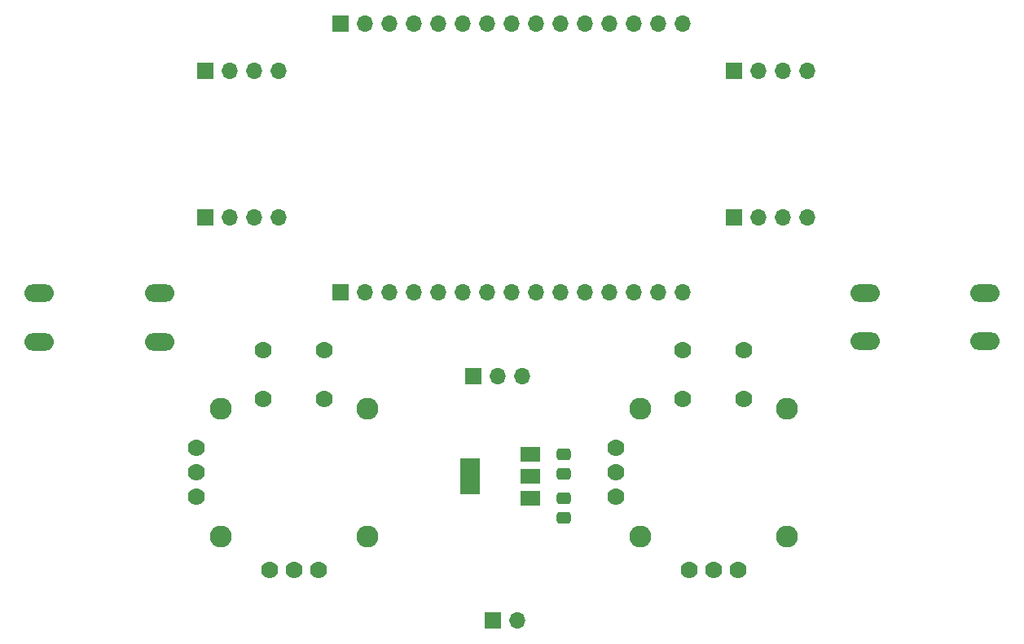
<source format=gbr>
%TF.GenerationSoftware,KiCad,Pcbnew,(6.0.1)*%
%TF.CreationDate,2022-11-16T17:15:53-05:00*%
%TF.ProjectId,Projet_Final_GI_Equipe2,50726f6a-6574-45f4-9669-6e616c5f4749,rev?*%
%TF.SameCoordinates,Original*%
%TF.FileFunction,Soldermask,Bot*%
%TF.FilePolarity,Negative*%
%FSLAX46Y46*%
G04 Gerber Fmt 4.6, Leading zero omitted, Abs format (unit mm)*
G04 Created by KiCad (PCBNEW (6.0.1)) date 2022-11-16 17:15:53*
%MOMM*%
%LPD*%
G01*
G04 APERTURE LIST*
G04 Aperture macros list*
%AMRoundRect*
0 Rectangle with rounded corners*
0 $1 Rounding radius*
0 $2 $3 $4 $5 $6 $7 $8 $9 X,Y pos of 4 corners*
0 Add a 4 corners polygon primitive as box body*
4,1,4,$2,$3,$4,$5,$6,$7,$8,$9,$2,$3,0*
0 Add four circle primitives for the rounded corners*
1,1,$1+$1,$2,$3*
1,1,$1+$1,$4,$5*
1,1,$1+$1,$6,$7*
1,1,$1+$1,$8,$9*
0 Add four rect primitives between the rounded corners*
20,1,$1+$1,$2,$3,$4,$5,0*
20,1,$1+$1,$4,$5,$6,$7,0*
20,1,$1+$1,$6,$7,$8,$9,0*
20,1,$1+$1,$8,$9,$2,$3,0*%
G04 Aperture macros list end*
%ADD10R,1.700000X1.700000*%
%ADD11O,1.700000X1.700000*%
%ADD12R,2.000000X1.500000*%
%ADD13R,2.000000X3.800000*%
%ADD14RoundRect,0.250000X-0.475000X0.337500X-0.475000X-0.337500X0.475000X-0.337500X0.475000X0.337500X0*%
%ADD15C,1.778000*%
%ADD16C,2.286000*%
%ADD17O,3.048000X1.850000*%
G04 APERTURE END LIST*
D10*
%TO.C,J1*%
X130275000Y-85215000D03*
D11*
X132815000Y-85215000D03*
X135355000Y-85215000D03*
X137895000Y-85215000D03*
X140435000Y-85215000D03*
X142975000Y-85215000D03*
X145515000Y-85215000D03*
X148055000Y-85215000D03*
X150595000Y-85215000D03*
X153135000Y-85215000D03*
X155675000Y-85215000D03*
X158215000Y-85215000D03*
X160755000Y-85215000D03*
X163295000Y-85215000D03*
X165835000Y-85215000D03*
%TD*%
D10*
%TO.C,J8*%
X146045000Y-119380000D03*
D11*
X148585000Y-119380000D03*
%TD*%
D12*
%TO.C,U3*%
X149962000Y-102094000D03*
X149962000Y-104394000D03*
X149962000Y-106694000D03*
D13*
X143662000Y-104394000D03*
%TD*%
D10*
%TO.C,J7*%
X144033000Y-93980000D03*
D11*
X146573000Y-93980000D03*
X149113000Y-93980000D03*
%TD*%
D14*
%TO.C,C4*%
X153416000Y-102086500D03*
X153416000Y-104161500D03*
%TD*%
%TO.C,C2*%
X153416000Y-106658500D03*
X153416000Y-108733500D03*
%TD*%
D15*
%TO.C,U2*%
X158840000Y-106540000D03*
X158840000Y-104000000D03*
X158840000Y-101460000D03*
D16*
X176620000Y-97332500D03*
X176620000Y-110667500D03*
X161380000Y-110667500D03*
X161380000Y-97332500D03*
D15*
X171540000Y-114160000D03*
X169000000Y-114160000D03*
X166460000Y-114160000D03*
X172175000Y-96380000D03*
X165825000Y-96380000D03*
X172175000Y-91300000D03*
X165825000Y-91300000D03*
%TD*%
%TO.C,U1*%
X122225000Y-91300000D03*
X128575000Y-91300000D03*
X122225000Y-96380000D03*
X128575000Y-96380000D03*
X122860000Y-114160000D03*
X125400000Y-114160000D03*
X127940000Y-114160000D03*
D16*
X117780000Y-97332500D03*
X117780000Y-110667500D03*
X133020000Y-110667500D03*
X133020000Y-97332500D03*
D15*
X115240000Y-101460000D03*
X115240000Y-104000000D03*
X115240000Y-106540000D03*
%TD*%
D11*
%TO.C,J2*%
X165835000Y-57275000D03*
X163295000Y-57275000D03*
X160755000Y-57275000D03*
X158215000Y-57275000D03*
X155675000Y-57275000D03*
X153135000Y-57275000D03*
X150595000Y-57275000D03*
X148055000Y-57275000D03*
X145515000Y-57275000D03*
X142975000Y-57275000D03*
X140435000Y-57275000D03*
X137895000Y-57275000D03*
X135355000Y-57275000D03*
X132815000Y-57275000D03*
D10*
X130275000Y-57275000D03*
%TD*%
%TO.C,J3*%
X171150000Y-77475000D03*
D11*
X173690000Y-77475000D03*
X176230000Y-77475000D03*
X178770000Y-77475000D03*
%TD*%
D17*
%TO.C,SW2*%
X197235000Y-85350000D03*
X184735000Y-85350000D03*
X197235000Y-90350000D03*
X184735000Y-90350000D03*
%TD*%
D10*
%TO.C,J4*%
X116150000Y-77475000D03*
D11*
X118690000Y-77475000D03*
X121230000Y-77475000D03*
X123770000Y-77475000D03*
%TD*%
D10*
%TO.C,J6*%
X171150000Y-62235000D03*
D11*
X173690000Y-62235000D03*
X176230000Y-62235000D03*
X178770000Y-62235000D03*
%TD*%
D10*
%TO.C,J5*%
X116150000Y-62235000D03*
D11*
X118690000Y-62235000D03*
X121230000Y-62235000D03*
X123770000Y-62235000D03*
%TD*%
D17*
%TO.C,SW1*%
X111410000Y-85375000D03*
X98910000Y-85375000D03*
X111410000Y-90375000D03*
X98910000Y-90375000D03*
%TD*%
M02*

</source>
